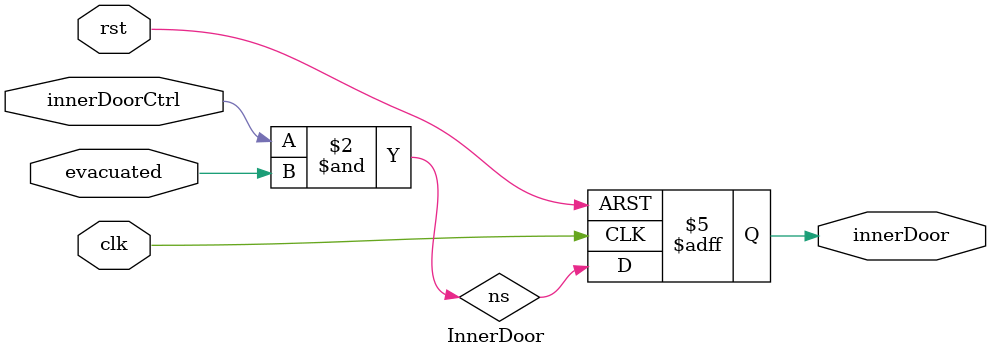
<source format=v>
module InnerDoor(clk, rst, innerDoorCtrl, evacuated, innerDoor);
	input clk, rst;
	input innerDoorCtrl;
	input evacuated;
	output reg innerDoor;
	
	reg ns;
	
	always @(*) begin
		ns <= (innerDoorCtrl & evacuated);
	end
		
	always @(negedge rst or posedge clk) begin
		if(!rst) begin
			innerDoor <= 0;
		end
		else begin
			innerDoor <= ns;
		end
	end
endmodule
</source>
